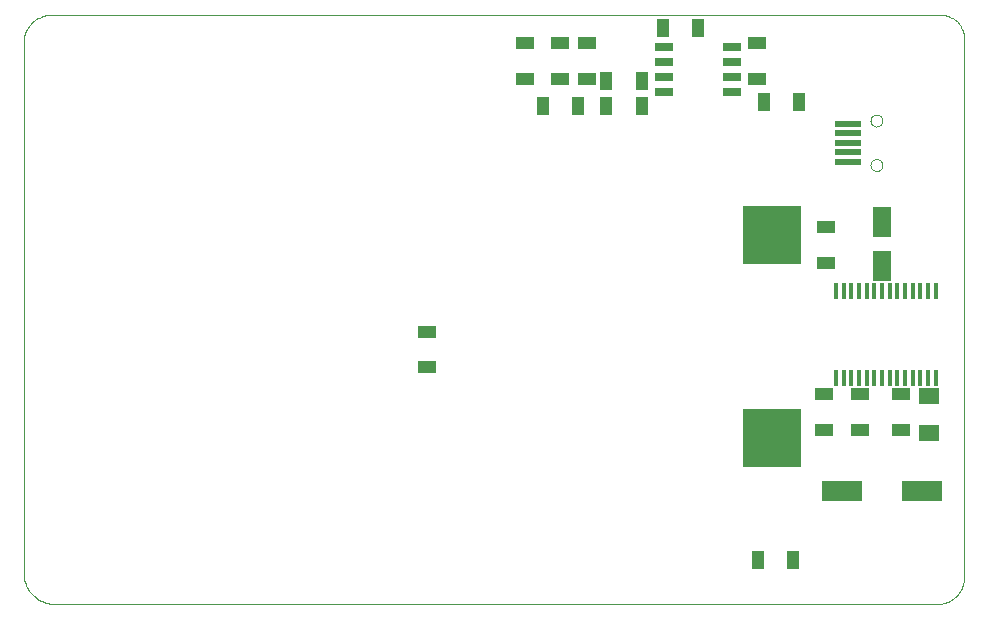
<source format=gtp>
G75*
G70*
%OFA0B0*%
%FSLAX24Y24*%
%IPPOS*%
%LPD*%
%AMOC8*
5,1,8,0,0,1.08239X$1,22.5*
%
%ADD10C,0.0000*%
%ADD11R,0.0886X0.0197*%
%ADD12R,0.1969X0.1969*%
%ADD13R,0.0630X0.0394*%
%ADD14R,0.0394X0.0630*%
%ADD15R,0.1339X0.0709*%
%ADD16R,0.0661X0.0518*%
%ADD17R,0.0630X0.0984*%
%ADD18R,0.0630X0.0256*%
%ADD19R,0.0137X0.0550*%
D10*
X001163Y000368D02*
X030534Y000368D01*
X030592Y000370D01*
X030650Y000375D01*
X030707Y000384D01*
X030764Y000397D01*
X030820Y000413D01*
X030874Y000433D01*
X030927Y000456D01*
X030979Y000482D01*
X031029Y000512D01*
X031077Y000544D01*
X031123Y000580D01*
X031167Y000618D01*
X031208Y000659D01*
X031246Y000703D01*
X031282Y000749D01*
X031314Y000797D01*
X031344Y000847D01*
X031370Y000899D01*
X031393Y000952D01*
X031413Y001006D01*
X031429Y001062D01*
X031442Y001119D01*
X031451Y001176D01*
X031456Y001234D01*
X031458Y001292D01*
X031458Y019217D01*
X031457Y019217D02*
X031455Y019271D01*
X031450Y019325D01*
X031440Y019379D01*
X031427Y019432D01*
X031411Y019484D01*
X031391Y019534D01*
X031368Y019583D01*
X031341Y019631D01*
X031311Y019676D01*
X031278Y019719D01*
X031243Y019760D01*
X031204Y019799D01*
X031163Y019834D01*
X031120Y019867D01*
X031075Y019897D01*
X031027Y019924D01*
X030978Y019947D01*
X030928Y019967D01*
X030876Y019983D01*
X030823Y019996D01*
X030769Y020006D01*
X030715Y020011D01*
X030661Y020013D01*
X001033Y020013D01*
X000975Y020011D01*
X000916Y020006D01*
X000859Y019997D01*
X000802Y019984D01*
X000746Y019967D01*
X000691Y019948D01*
X000637Y019924D01*
X000585Y019898D01*
X000535Y019868D01*
X000486Y019835D01*
X000440Y019800D01*
X000396Y019761D01*
X000355Y019720D01*
X000316Y019676D01*
X000281Y019630D01*
X000248Y019581D01*
X000218Y019531D01*
X000192Y019479D01*
X000168Y019425D01*
X000149Y019370D01*
X000132Y019314D01*
X000119Y019257D01*
X000110Y019200D01*
X000105Y019141D01*
X000103Y019083D01*
X000103Y001428D01*
X000105Y001364D01*
X000111Y001300D01*
X000120Y001237D01*
X000134Y001174D01*
X000151Y001113D01*
X000172Y001052D01*
X000196Y000993D01*
X000224Y000935D01*
X000256Y000880D01*
X000291Y000826D01*
X000329Y000774D01*
X000370Y000725D01*
X000413Y000678D01*
X000460Y000635D01*
X000509Y000594D01*
X000561Y000556D01*
X000615Y000521D01*
X000670Y000489D01*
X000728Y000461D01*
X000787Y000437D01*
X000848Y000416D01*
X000909Y000399D01*
X000972Y000385D01*
X001035Y000376D01*
X001099Y000370D01*
X001163Y000368D01*
X028334Y015009D02*
X028336Y015036D01*
X028342Y015063D01*
X028351Y015089D01*
X028364Y015113D01*
X028380Y015136D01*
X028399Y015155D01*
X028421Y015172D01*
X028445Y015186D01*
X028470Y015196D01*
X028497Y015203D01*
X028524Y015206D01*
X028552Y015205D01*
X028579Y015200D01*
X028605Y015192D01*
X028629Y015180D01*
X028652Y015164D01*
X028673Y015146D01*
X028690Y015125D01*
X028705Y015101D01*
X028716Y015076D01*
X028724Y015050D01*
X028728Y015023D01*
X028728Y014995D01*
X028724Y014968D01*
X028716Y014942D01*
X028705Y014917D01*
X028690Y014893D01*
X028673Y014872D01*
X028652Y014854D01*
X028630Y014838D01*
X028605Y014826D01*
X028579Y014818D01*
X028552Y014813D01*
X028524Y014812D01*
X028497Y014815D01*
X028470Y014822D01*
X028445Y014832D01*
X028421Y014846D01*
X028399Y014863D01*
X028380Y014882D01*
X028364Y014905D01*
X028351Y014929D01*
X028342Y014955D01*
X028336Y014982D01*
X028334Y015009D01*
X028334Y016490D02*
X028336Y016517D01*
X028342Y016544D01*
X028351Y016570D01*
X028364Y016594D01*
X028380Y016617D01*
X028399Y016636D01*
X028421Y016653D01*
X028445Y016667D01*
X028470Y016677D01*
X028497Y016684D01*
X028524Y016687D01*
X028552Y016686D01*
X028579Y016681D01*
X028605Y016673D01*
X028629Y016661D01*
X028652Y016645D01*
X028673Y016627D01*
X028690Y016606D01*
X028705Y016582D01*
X028716Y016557D01*
X028724Y016531D01*
X028728Y016504D01*
X028728Y016476D01*
X028724Y016449D01*
X028716Y016423D01*
X028705Y016398D01*
X028690Y016374D01*
X028673Y016353D01*
X028652Y016335D01*
X028630Y016319D01*
X028605Y016307D01*
X028579Y016299D01*
X028552Y016294D01*
X028524Y016293D01*
X028497Y016296D01*
X028470Y016303D01*
X028445Y016313D01*
X028421Y016327D01*
X028399Y016344D01*
X028380Y016363D01*
X028364Y016386D01*
X028351Y016410D01*
X028342Y016436D01*
X028336Y016463D01*
X028334Y016490D01*
D11*
X027586Y016379D03*
X027586Y016064D03*
X027586Y015749D03*
X027586Y015434D03*
X027586Y015120D03*
D12*
X025060Y012671D03*
X025060Y005921D03*
D13*
X026790Y006179D03*
X027978Y006179D03*
X029353Y006179D03*
X029353Y007360D03*
X027978Y007360D03*
X026790Y007360D03*
X026853Y011754D03*
X026853Y012935D03*
X024560Y017893D03*
X024560Y019074D03*
X018872Y019074D03*
X017997Y019074D03*
X016810Y019074D03*
X016810Y017893D03*
X017997Y017893D03*
X018872Y017893D03*
X013560Y009449D03*
X013560Y008268D03*
D14*
X024574Y001844D03*
X025756Y001844D03*
X020713Y016983D03*
X020713Y017796D03*
X019532Y017796D03*
X019532Y016983D03*
X018588Y016983D03*
X017407Y016983D03*
X021407Y019588D03*
X022588Y019588D03*
X024782Y017108D03*
X025963Y017108D03*
D15*
X027389Y004157D03*
X030066Y004157D03*
D16*
X030290Y006073D03*
X030290Y007307D03*
D17*
X028728Y011641D03*
X028728Y013110D03*
D18*
X023704Y017444D03*
X023704Y017944D03*
X023704Y018444D03*
X023704Y018944D03*
X021454Y018944D03*
X021454Y018444D03*
X021454Y017944D03*
X021454Y017444D03*
D19*
X027185Y010799D03*
X027441Y010799D03*
X027697Y010799D03*
X027953Y010799D03*
X028209Y010799D03*
X028465Y010799D03*
X028720Y010799D03*
X028976Y010799D03*
X029232Y010799D03*
X029488Y010799D03*
X029744Y010799D03*
X030000Y010799D03*
X030256Y010799D03*
X030512Y010799D03*
X030512Y007921D03*
X030256Y007921D03*
X030000Y007921D03*
X029744Y007921D03*
X029488Y007921D03*
X029232Y007921D03*
X028976Y007921D03*
X028720Y007921D03*
X028465Y007921D03*
X028209Y007921D03*
X027953Y007921D03*
X027697Y007921D03*
X027441Y007921D03*
X027185Y007921D03*
M02*

</source>
